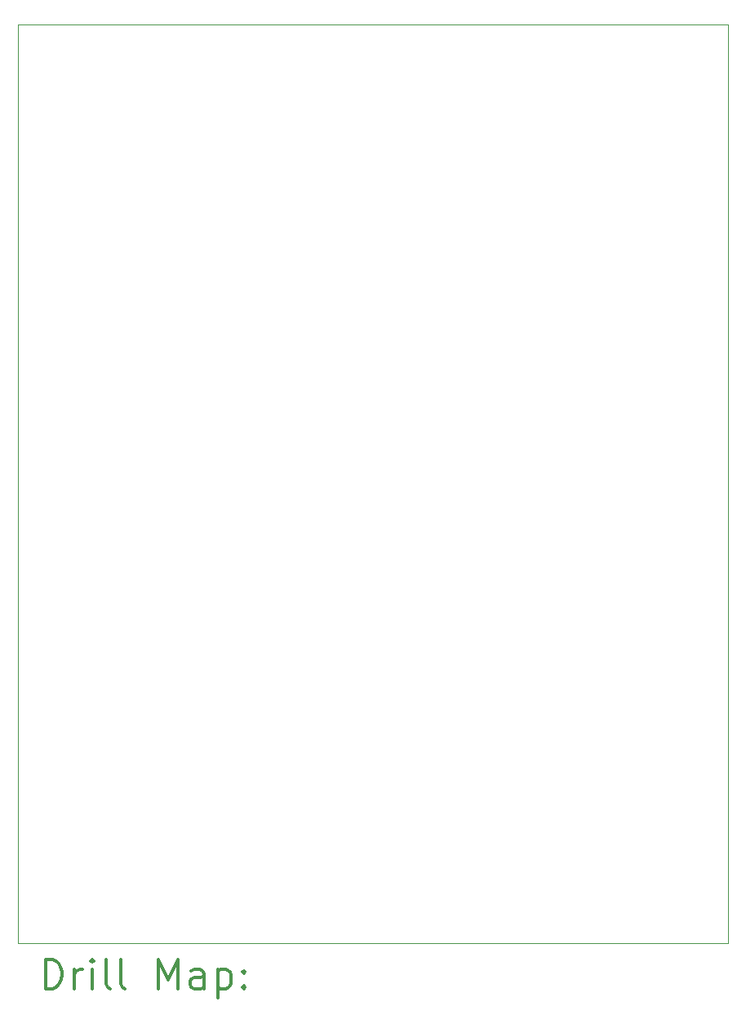
<source format=gbr>
%FSLAX45Y45*%
G04 Gerber Fmt 4.5, Leading zero omitted, Abs format (unit mm)*
G04 Created by KiCad (PCBNEW 5.1.9+dfsg1-1+deb11u1) date 2023-04-03 20:16:07*
%MOMM*%
%LPD*%
G01*
G04 APERTURE LIST*
%TA.AperFunction,Profile*%
%ADD10C,0.050000*%
%TD*%
%ADD11C,0.200000*%
%ADD12C,0.300000*%
G04 APERTURE END LIST*
D10*
X10668000Y-3429000D02*
X10795000Y-3429000D01*
X10668000Y-12954000D02*
X10668000Y-3429000D01*
X10922000Y-12954000D02*
X10668000Y-12954000D01*
X18034000Y-12954000D02*
X10922000Y-12954000D01*
X18034000Y-12700000D02*
X18034000Y-12954000D01*
X18034000Y-3429000D02*
X18034000Y-12700000D01*
X10795000Y-3429000D02*
X18034000Y-3429000D01*
D11*
D12*
X10951928Y-13422214D02*
X10951928Y-13122214D01*
X11023357Y-13122214D01*
X11066214Y-13136500D01*
X11094786Y-13165071D01*
X11109071Y-13193643D01*
X11123357Y-13250786D01*
X11123357Y-13293643D01*
X11109071Y-13350786D01*
X11094786Y-13379357D01*
X11066214Y-13407929D01*
X11023357Y-13422214D01*
X10951928Y-13422214D01*
X11251928Y-13422214D02*
X11251928Y-13222214D01*
X11251928Y-13279357D02*
X11266214Y-13250786D01*
X11280500Y-13236500D01*
X11309071Y-13222214D01*
X11337643Y-13222214D01*
X11437643Y-13422214D02*
X11437643Y-13222214D01*
X11437643Y-13122214D02*
X11423357Y-13136500D01*
X11437643Y-13150786D01*
X11451928Y-13136500D01*
X11437643Y-13122214D01*
X11437643Y-13150786D01*
X11623357Y-13422214D02*
X11594786Y-13407929D01*
X11580500Y-13379357D01*
X11580500Y-13122214D01*
X11780500Y-13422214D02*
X11751928Y-13407929D01*
X11737643Y-13379357D01*
X11737643Y-13122214D01*
X12123357Y-13422214D02*
X12123357Y-13122214D01*
X12223357Y-13336500D01*
X12323357Y-13122214D01*
X12323357Y-13422214D01*
X12594786Y-13422214D02*
X12594786Y-13265071D01*
X12580500Y-13236500D01*
X12551928Y-13222214D01*
X12494786Y-13222214D01*
X12466214Y-13236500D01*
X12594786Y-13407929D02*
X12566214Y-13422214D01*
X12494786Y-13422214D01*
X12466214Y-13407929D01*
X12451928Y-13379357D01*
X12451928Y-13350786D01*
X12466214Y-13322214D01*
X12494786Y-13307929D01*
X12566214Y-13307929D01*
X12594786Y-13293643D01*
X12737643Y-13222214D02*
X12737643Y-13522214D01*
X12737643Y-13236500D02*
X12766214Y-13222214D01*
X12823357Y-13222214D01*
X12851928Y-13236500D01*
X12866214Y-13250786D01*
X12880500Y-13279357D01*
X12880500Y-13365071D01*
X12866214Y-13393643D01*
X12851928Y-13407929D01*
X12823357Y-13422214D01*
X12766214Y-13422214D01*
X12737643Y-13407929D01*
X13009071Y-13393643D02*
X13023357Y-13407929D01*
X13009071Y-13422214D01*
X12994786Y-13407929D01*
X13009071Y-13393643D01*
X13009071Y-13422214D01*
X13009071Y-13236500D02*
X13023357Y-13250786D01*
X13009071Y-13265071D01*
X12994786Y-13250786D01*
X13009071Y-13236500D01*
X13009071Y-13265071D01*
M02*

</source>
